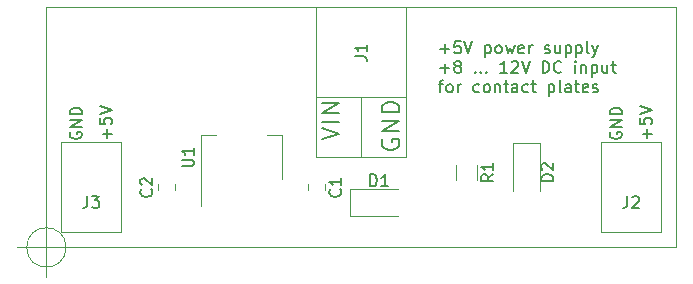
<source format=gbr>
%TF.GenerationSoftware,KiCad,Pcbnew,5.1.5-1.fc31*%
%TF.CreationDate,2020-02-01T15:27:32+01:00*%
%TF.ProjectId,power-supply-5V,706f7765-722d-4737-9570-706c792d3556,1.0*%
%TF.SameCoordinates,Original*%
%TF.FileFunction,Legend,Top*%
%TF.FilePolarity,Positive*%
%FSLAX46Y46*%
G04 Gerber Fmt 4.6, Leading zero omitted, Abs format (unit mm)*
G04 Created by KiCad (PCBNEW 5.1.5-1.fc31) date 2020-02-01 15:27:32*
%MOMM*%
%LPD*%
G04 APERTURE LIST*
%TA.AperFunction,Profile*%
%ADD10C,0.050000*%
%TD*%
%ADD11C,0.150000*%
%ADD12C,0.120000*%
%ADD13C,0.200000*%
%ADD14C,1.626000*%
%ADD15R,1.626000X1.626000*%
%ADD16C,1.802000*%
%ADD17C,2.102000*%
%ADD18R,2.102000X2.102000*%
%ADD19R,1.602000X2.102000*%
%ADD20R,3.902000X2.102000*%
G04 APERTURE END LIST*
D10*
X127396666Y-85090000D02*
G75*
G03X127396666Y-85090000I-1666666J0D01*
G01*
X123230000Y-85090000D02*
X128230000Y-85090000D01*
X125730000Y-82590000D02*
X125730000Y-87590000D01*
D11*
X176601428Y-75864404D02*
X176601428Y-75102500D01*
X176982380Y-75483452D02*
X176220476Y-75483452D01*
X175982380Y-74150119D02*
X175982380Y-74626309D01*
X176458571Y-74673928D01*
X176410952Y-74626309D01*
X176363333Y-74531071D01*
X176363333Y-74292976D01*
X176410952Y-74197738D01*
X176458571Y-74150119D01*
X176553809Y-74102500D01*
X176791904Y-74102500D01*
X176887142Y-74150119D01*
X176934761Y-74197738D01*
X176982380Y-74292976D01*
X176982380Y-74531071D01*
X176934761Y-74626309D01*
X176887142Y-74673928D01*
X175982380Y-73816785D02*
X176982380Y-73483452D01*
X175982380Y-73150119D01*
X173490000Y-75340595D02*
X173442380Y-75435833D01*
X173442380Y-75578690D01*
X173490000Y-75721547D01*
X173585238Y-75816785D01*
X173680476Y-75864404D01*
X173870952Y-75912023D01*
X174013809Y-75912023D01*
X174204285Y-75864404D01*
X174299523Y-75816785D01*
X174394761Y-75721547D01*
X174442380Y-75578690D01*
X174442380Y-75483452D01*
X174394761Y-75340595D01*
X174347142Y-75292976D01*
X174013809Y-75292976D01*
X174013809Y-75483452D01*
X174442380Y-74864404D02*
X173442380Y-74864404D01*
X174442380Y-74292976D01*
X173442380Y-74292976D01*
X174442380Y-73816785D02*
X173442380Y-73816785D01*
X173442380Y-73578690D01*
X173490000Y-73435833D01*
X173585238Y-73340595D01*
X173680476Y-73292976D01*
X173870952Y-73245357D01*
X174013809Y-73245357D01*
X174204285Y-73292976D01*
X174299523Y-73340595D01*
X174394761Y-73435833D01*
X174442380Y-73578690D01*
X174442380Y-73816785D01*
X130881428Y-75864404D02*
X130881428Y-75102500D01*
X131262380Y-75483452D02*
X130500476Y-75483452D01*
X130262380Y-74150119D02*
X130262380Y-74626309D01*
X130738571Y-74673928D01*
X130690952Y-74626309D01*
X130643333Y-74531071D01*
X130643333Y-74292976D01*
X130690952Y-74197738D01*
X130738571Y-74150119D01*
X130833809Y-74102500D01*
X131071904Y-74102500D01*
X131167142Y-74150119D01*
X131214761Y-74197738D01*
X131262380Y-74292976D01*
X131262380Y-74531071D01*
X131214761Y-74626309D01*
X131167142Y-74673928D01*
X130262380Y-73816785D02*
X131262380Y-73483452D01*
X130262380Y-73150119D01*
X127770000Y-75340595D02*
X127722380Y-75435833D01*
X127722380Y-75578690D01*
X127770000Y-75721547D01*
X127865238Y-75816785D01*
X127960476Y-75864404D01*
X128150952Y-75912023D01*
X128293809Y-75912023D01*
X128484285Y-75864404D01*
X128579523Y-75816785D01*
X128674761Y-75721547D01*
X128722380Y-75578690D01*
X128722380Y-75483452D01*
X128674761Y-75340595D01*
X128627142Y-75292976D01*
X128293809Y-75292976D01*
X128293809Y-75483452D01*
X128722380Y-74864404D02*
X127722380Y-74864404D01*
X128722380Y-74292976D01*
X127722380Y-74292976D01*
X128722380Y-73816785D02*
X127722380Y-73816785D01*
X127722380Y-73578690D01*
X127770000Y-73435833D01*
X127865238Y-73340595D01*
X127960476Y-73292976D01*
X128150952Y-73245357D01*
X128293809Y-73245357D01*
X128484285Y-73292976D01*
X128579523Y-73340595D01*
X128674761Y-73435833D01*
X128722380Y-73578690D01*
X128722380Y-73816785D01*
X159085595Y-68271428D02*
X159847500Y-68271428D01*
X159466547Y-68652380D02*
X159466547Y-67890476D01*
X160799880Y-67652380D02*
X160323690Y-67652380D01*
X160276071Y-68128571D01*
X160323690Y-68080952D01*
X160418928Y-68033333D01*
X160657023Y-68033333D01*
X160752261Y-68080952D01*
X160799880Y-68128571D01*
X160847500Y-68223809D01*
X160847500Y-68461904D01*
X160799880Y-68557142D01*
X160752261Y-68604761D01*
X160657023Y-68652380D01*
X160418928Y-68652380D01*
X160323690Y-68604761D01*
X160276071Y-68557142D01*
X161133214Y-67652380D02*
X161466547Y-68652380D01*
X161799880Y-67652380D01*
X162895119Y-67985714D02*
X162895119Y-68985714D01*
X162895119Y-68033333D02*
X162990357Y-67985714D01*
X163180833Y-67985714D01*
X163276071Y-68033333D01*
X163323690Y-68080952D01*
X163371309Y-68176190D01*
X163371309Y-68461904D01*
X163323690Y-68557142D01*
X163276071Y-68604761D01*
X163180833Y-68652380D01*
X162990357Y-68652380D01*
X162895119Y-68604761D01*
X163942738Y-68652380D02*
X163847500Y-68604761D01*
X163799880Y-68557142D01*
X163752261Y-68461904D01*
X163752261Y-68176190D01*
X163799880Y-68080952D01*
X163847500Y-68033333D01*
X163942738Y-67985714D01*
X164085595Y-67985714D01*
X164180833Y-68033333D01*
X164228452Y-68080952D01*
X164276071Y-68176190D01*
X164276071Y-68461904D01*
X164228452Y-68557142D01*
X164180833Y-68604761D01*
X164085595Y-68652380D01*
X163942738Y-68652380D01*
X164609404Y-67985714D02*
X164799880Y-68652380D01*
X164990357Y-68176190D01*
X165180833Y-68652380D01*
X165371309Y-67985714D01*
X166133214Y-68604761D02*
X166037976Y-68652380D01*
X165847500Y-68652380D01*
X165752261Y-68604761D01*
X165704642Y-68509523D01*
X165704642Y-68128571D01*
X165752261Y-68033333D01*
X165847500Y-67985714D01*
X166037976Y-67985714D01*
X166133214Y-68033333D01*
X166180833Y-68128571D01*
X166180833Y-68223809D01*
X165704642Y-68319047D01*
X166609404Y-68652380D02*
X166609404Y-67985714D01*
X166609404Y-68176190D02*
X166657023Y-68080952D01*
X166704642Y-68033333D01*
X166799880Y-67985714D01*
X166895119Y-67985714D01*
X167942738Y-68604761D02*
X168037976Y-68652380D01*
X168228452Y-68652380D01*
X168323690Y-68604761D01*
X168371309Y-68509523D01*
X168371309Y-68461904D01*
X168323690Y-68366666D01*
X168228452Y-68319047D01*
X168085595Y-68319047D01*
X167990357Y-68271428D01*
X167942738Y-68176190D01*
X167942738Y-68128571D01*
X167990357Y-68033333D01*
X168085595Y-67985714D01*
X168228452Y-67985714D01*
X168323690Y-68033333D01*
X169228452Y-67985714D02*
X169228452Y-68652380D01*
X168799880Y-67985714D02*
X168799880Y-68509523D01*
X168847500Y-68604761D01*
X168942738Y-68652380D01*
X169085595Y-68652380D01*
X169180833Y-68604761D01*
X169228452Y-68557142D01*
X169704642Y-67985714D02*
X169704642Y-68985714D01*
X169704642Y-68033333D02*
X169799880Y-67985714D01*
X169990357Y-67985714D01*
X170085595Y-68033333D01*
X170133214Y-68080952D01*
X170180833Y-68176190D01*
X170180833Y-68461904D01*
X170133214Y-68557142D01*
X170085595Y-68604761D01*
X169990357Y-68652380D01*
X169799880Y-68652380D01*
X169704642Y-68604761D01*
X170609404Y-67985714D02*
X170609404Y-68985714D01*
X170609404Y-68033333D02*
X170704642Y-67985714D01*
X170895119Y-67985714D01*
X170990357Y-68033333D01*
X171037976Y-68080952D01*
X171085595Y-68176190D01*
X171085595Y-68461904D01*
X171037976Y-68557142D01*
X170990357Y-68604761D01*
X170895119Y-68652380D01*
X170704642Y-68652380D01*
X170609404Y-68604761D01*
X171657023Y-68652380D02*
X171561785Y-68604761D01*
X171514166Y-68509523D01*
X171514166Y-67652380D01*
X171942738Y-67985714D02*
X172180833Y-68652380D01*
X172418928Y-67985714D02*
X172180833Y-68652380D01*
X172085595Y-68890476D01*
X172037976Y-68938095D01*
X171942738Y-68985714D01*
X159085595Y-69921428D02*
X159847500Y-69921428D01*
X159466547Y-70302380D02*
X159466547Y-69540476D01*
X160466547Y-69730952D02*
X160371309Y-69683333D01*
X160323690Y-69635714D01*
X160276071Y-69540476D01*
X160276071Y-69492857D01*
X160323690Y-69397619D01*
X160371309Y-69350000D01*
X160466547Y-69302380D01*
X160657023Y-69302380D01*
X160752261Y-69350000D01*
X160799880Y-69397619D01*
X160847500Y-69492857D01*
X160847500Y-69540476D01*
X160799880Y-69635714D01*
X160752261Y-69683333D01*
X160657023Y-69730952D01*
X160466547Y-69730952D01*
X160371309Y-69778571D01*
X160323690Y-69826190D01*
X160276071Y-69921428D01*
X160276071Y-70111904D01*
X160323690Y-70207142D01*
X160371309Y-70254761D01*
X160466547Y-70302380D01*
X160657023Y-70302380D01*
X160752261Y-70254761D01*
X160799880Y-70207142D01*
X160847500Y-70111904D01*
X160847500Y-69921428D01*
X160799880Y-69826190D01*
X160752261Y-69778571D01*
X160657023Y-69730952D01*
X162037976Y-70207142D02*
X162085595Y-70254761D01*
X162037976Y-70302380D01*
X161990357Y-70254761D01*
X162037976Y-70207142D01*
X162037976Y-70302380D01*
X162514166Y-70207142D02*
X162561785Y-70254761D01*
X162514166Y-70302380D01*
X162466547Y-70254761D01*
X162514166Y-70207142D01*
X162514166Y-70302380D01*
X162990357Y-70207142D02*
X163037976Y-70254761D01*
X162990357Y-70302380D01*
X162942738Y-70254761D01*
X162990357Y-70207142D01*
X162990357Y-70302380D01*
X164752261Y-70302380D02*
X164180833Y-70302380D01*
X164466547Y-70302380D02*
X164466547Y-69302380D01*
X164371309Y-69445238D01*
X164276071Y-69540476D01*
X164180833Y-69588095D01*
X165133214Y-69397619D02*
X165180833Y-69350000D01*
X165276071Y-69302380D01*
X165514166Y-69302380D01*
X165609404Y-69350000D01*
X165657023Y-69397619D01*
X165704642Y-69492857D01*
X165704642Y-69588095D01*
X165657023Y-69730952D01*
X165085595Y-70302380D01*
X165704642Y-70302380D01*
X165990357Y-69302380D02*
X166323690Y-70302380D01*
X166657023Y-69302380D01*
X167752261Y-70302380D02*
X167752261Y-69302380D01*
X167990357Y-69302380D01*
X168133214Y-69350000D01*
X168228452Y-69445238D01*
X168276071Y-69540476D01*
X168323690Y-69730952D01*
X168323690Y-69873809D01*
X168276071Y-70064285D01*
X168228452Y-70159523D01*
X168133214Y-70254761D01*
X167990357Y-70302380D01*
X167752261Y-70302380D01*
X169323690Y-70207142D02*
X169276071Y-70254761D01*
X169133214Y-70302380D01*
X169037976Y-70302380D01*
X168895119Y-70254761D01*
X168799880Y-70159523D01*
X168752261Y-70064285D01*
X168704642Y-69873809D01*
X168704642Y-69730952D01*
X168752261Y-69540476D01*
X168799880Y-69445238D01*
X168895119Y-69350000D01*
X169037976Y-69302380D01*
X169133214Y-69302380D01*
X169276071Y-69350000D01*
X169323690Y-69397619D01*
X170514166Y-70302380D02*
X170514166Y-69635714D01*
X170514166Y-69302380D02*
X170466547Y-69350000D01*
X170514166Y-69397619D01*
X170561785Y-69350000D01*
X170514166Y-69302380D01*
X170514166Y-69397619D01*
X170990357Y-69635714D02*
X170990357Y-70302380D01*
X170990357Y-69730952D02*
X171037976Y-69683333D01*
X171133214Y-69635714D01*
X171276071Y-69635714D01*
X171371309Y-69683333D01*
X171418928Y-69778571D01*
X171418928Y-70302380D01*
X171895119Y-69635714D02*
X171895119Y-70635714D01*
X171895119Y-69683333D02*
X171990357Y-69635714D01*
X172180833Y-69635714D01*
X172276071Y-69683333D01*
X172323690Y-69730952D01*
X172371309Y-69826190D01*
X172371309Y-70111904D01*
X172323690Y-70207142D01*
X172276071Y-70254761D01*
X172180833Y-70302380D01*
X171990357Y-70302380D01*
X171895119Y-70254761D01*
X173228452Y-69635714D02*
X173228452Y-70302380D01*
X172799880Y-69635714D02*
X172799880Y-70159523D01*
X172847500Y-70254761D01*
X172942738Y-70302380D01*
X173085595Y-70302380D01*
X173180833Y-70254761D01*
X173228452Y-70207142D01*
X173561785Y-69635714D02*
X173942738Y-69635714D01*
X173704642Y-69302380D02*
X173704642Y-70159523D01*
X173752261Y-70254761D01*
X173847500Y-70302380D01*
X173942738Y-70302380D01*
X158942738Y-71285714D02*
X159323690Y-71285714D01*
X159085595Y-71952380D02*
X159085595Y-71095238D01*
X159133214Y-71000000D01*
X159228452Y-70952380D01*
X159323690Y-70952380D01*
X159799880Y-71952380D02*
X159704642Y-71904761D01*
X159657023Y-71857142D01*
X159609404Y-71761904D01*
X159609404Y-71476190D01*
X159657023Y-71380952D01*
X159704642Y-71333333D01*
X159799880Y-71285714D01*
X159942738Y-71285714D01*
X160037976Y-71333333D01*
X160085595Y-71380952D01*
X160133214Y-71476190D01*
X160133214Y-71761904D01*
X160085595Y-71857142D01*
X160037976Y-71904761D01*
X159942738Y-71952380D01*
X159799880Y-71952380D01*
X160561785Y-71952380D02*
X160561785Y-71285714D01*
X160561785Y-71476190D02*
X160609404Y-71380952D01*
X160657023Y-71333333D01*
X160752261Y-71285714D01*
X160847500Y-71285714D01*
X162371309Y-71904761D02*
X162276071Y-71952380D01*
X162085595Y-71952380D01*
X161990357Y-71904761D01*
X161942738Y-71857142D01*
X161895119Y-71761904D01*
X161895119Y-71476190D01*
X161942738Y-71380952D01*
X161990357Y-71333333D01*
X162085595Y-71285714D01*
X162276071Y-71285714D01*
X162371309Y-71333333D01*
X162942738Y-71952380D02*
X162847500Y-71904761D01*
X162799880Y-71857142D01*
X162752261Y-71761904D01*
X162752261Y-71476190D01*
X162799880Y-71380952D01*
X162847500Y-71333333D01*
X162942738Y-71285714D01*
X163085595Y-71285714D01*
X163180833Y-71333333D01*
X163228452Y-71380952D01*
X163276071Y-71476190D01*
X163276071Y-71761904D01*
X163228452Y-71857142D01*
X163180833Y-71904761D01*
X163085595Y-71952380D01*
X162942738Y-71952380D01*
X163704642Y-71285714D02*
X163704642Y-71952380D01*
X163704642Y-71380952D02*
X163752261Y-71333333D01*
X163847500Y-71285714D01*
X163990357Y-71285714D01*
X164085595Y-71333333D01*
X164133214Y-71428571D01*
X164133214Y-71952380D01*
X164466547Y-71285714D02*
X164847500Y-71285714D01*
X164609404Y-70952380D02*
X164609404Y-71809523D01*
X164657023Y-71904761D01*
X164752261Y-71952380D01*
X164847500Y-71952380D01*
X165609404Y-71952380D02*
X165609404Y-71428571D01*
X165561785Y-71333333D01*
X165466547Y-71285714D01*
X165276071Y-71285714D01*
X165180833Y-71333333D01*
X165609404Y-71904761D02*
X165514166Y-71952380D01*
X165276071Y-71952380D01*
X165180833Y-71904761D01*
X165133214Y-71809523D01*
X165133214Y-71714285D01*
X165180833Y-71619047D01*
X165276071Y-71571428D01*
X165514166Y-71571428D01*
X165609404Y-71523809D01*
X166514166Y-71904761D02*
X166418928Y-71952380D01*
X166228452Y-71952380D01*
X166133214Y-71904761D01*
X166085595Y-71857142D01*
X166037976Y-71761904D01*
X166037976Y-71476190D01*
X166085595Y-71380952D01*
X166133214Y-71333333D01*
X166228452Y-71285714D01*
X166418928Y-71285714D01*
X166514166Y-71333333D01*
X166799880Y-71285714D02*
X167180833Y-71285714D01*
X166942738Y-70952380D02*
X166942738Y-71809523D01*
X166990357Y-71904761D01*
X167085595Y-71952380D01*
X167180833Y-71952380D01*
X168276071Y-71285714D02*
X168276071Y-72285714D01*
X168276071Y-71333333D02*
X168371309Y-71285714D01*
X168561785Y-71285714D01*
X168657023Y-71333333D01*
X168704642Y-71380952D01*
X168752261Y-71476190D01*
X168752261Y-71761904D01*
X168704642Y-71857142D01*
X168657023Y-71904761D01*
X168561785Y-71952380D01*
X168371309Y-71952380D01*
X168276071Y-71904761D01*
X169323690Y-71952380D02*
X169228452Y-71904761D01*
X169180833Y-71809523D01*
X169180833Y-70952380D01*
X170133214Y-71952380D02*
X170133214Y-71428571D01*
X170085595Y-71333333D01*
X169990357Y-71285714D01*
X169799880Y-71285714D01*
X169704642Y-71333333D01*
X170133214Y-71904761D02*
X170037976Y-71952380D01*
X169799880Y-71952380D01*
X169704642Y-71904761D01*
X169657023Y-71809523D01*
X169657023Y-71714285D01*
X169704642Y-71619047D01*
X169799880Y-71571428D01*
X170037976Y-71571428D01*
X170133214Y-71523809D01*
X170466547Y-71285714D02*
X170847500Y-71285714D01*
X170609404Y-70952380D02*
X170609404Y-71809523D01*
X170657023Y-71904761D01*
X170752261Y-71952380D01*
X170847500Y-71952380D01*
X171561785Y-71904761D02*
X171466547Y-71952380D01*
X171276071Y-71952380D01*
X171180833Y-71904761D01*
X171133214Y-71809523D01*
X171133214Y-71428571D01*
X171180833Y-71333333D01*
X171276071Y-71285714D01*
X171466547Y-71285714D01*
X171561785Y-71333333D01*
X171609404Y-71428571D01*
X171609404Y-71523809D01*
X171133214Y-71619047D01*
X171990357Y-71904761D02*
X172085595Y-71952380D01*
X172276071Y-71952380D01*
X172371309Y-71904761D01*
X172418928Y-71809523D01*
X172418928Y-71761904D01*
X172371309Y-71666666D01*
X172276071Y-71619047D01*
X172133214Y-71619047D01*
X172037976Y-71571428D01*
X171990357Y-71476190D01*
X171990357Y-71428571D01*
X172037976Y-71333333D01*
X172133214Y-71285714D01*
X172276071Y-71285714D01*
X172371309Y-71333333D01*
D10*
X125730000Y-85090000D02*
X125730000Y-64770000D01*
X179070000Y-85090000D02*
X125730000Y-85090000D01*
X179070000Y-64770000D02*
X179070000Y-85090000D01*
X125730000Y-64770000D02*
X179070000Y-64770000D01*
D12*
%TO.C,J3*%
X127000000Y-83820000D02*
X127000000Y-76200000D01*
X132080000Y-83820000D02*
X127000000Y-83820000D01*
X132080000Y-76200000D02*
X132080000Y-83820000D01*
X127000000Y-76200000D02*
X132080000Y-76200000D01*
%TO.C,J2*%
X172720000Y-83820000D02*
X172720000Y-76200000D01*
X177800000Y-83820000D02*
X172720000Y-83820000D01*
X177800000Y-76200000D02*
X177800000Y-83820000D01*
X172720000Y-76200000D02*
X177800000Y-76200000D01*
%TO.C,J1*%
X152400000Y-77470000D02*
X152400000Y-72390000D01*
X156210000Y-77470000D02*
X156210000Y-64770000D01*
X148590000Y-77470000D02*
X156210000Y-77470000D01*
X148590000Y-64770000D02*
X148590000Y-77470000D01*
X148590000Y-72390000D02*
X156210000Y-72390000D01*
X148590000Y-64770000D02*
X156210000Y-64770000D01*
%TO.C,C1*%
X147880000Y-79748748D02*
X147880000Y-80271252D01*
X149300000Y-79748748D02*
X149300000Y-80271252D01*
%TO.C,C2*%
X136600000Y-80271252D02*
X136600000Y-79748748D01*
X135180000Y-80271252D02*
X135180000Y-79748748D01*
%TO.C,D1*%
X151428000Y-82415000D02*
X155488000Y-82415000D01*
X151428000Y-80145000D02*
X151428000Y-82415000D01*
X155488000Y-80145000D02*
X151428000Y-80145000D01*
%TO.C,D2*%
X165235000Y-76280000D02*
X165235000Y-80340000D01*
X167505000Y-76280000D02*
X165235000Y-76280000D01*
X167505000Y-80340000D02*
X167505000Y-76280000D01*
%TO.C,R1*%
X160380000Y-78137936D02*
X160380000Y-79342064D01*
X162200000Y-78137936D02*
X162200000Y-79342064D01*
%TO.C,U1*%
X138830000Y-81570000D02*
X138830000Y-75560000D01*
X145650000Y-79320000D02*
X145650000Y-75560000D01*
X138830000Y-75560000D02*
X140090000Y-75560000D01*
X145650000Y-75560000D02*
X144390000Y-75560000D01*
%TD*%
%TO.C,J3*%
D11*
X129206666Y-80732380D02*
X129206666Y-81446666D01*
X129159047Y-81589523D01*
X129063809Y-81684761D01*
X128920952Y-81732380D01*
X128825714Y-81732380D01*
X129587619Y-80732380D02*
X130206666Y-80732380D01*
X129873333Y-81113333D01*
X130016190Y-81113333D01*
X130111428Y-81160952D01*
X130159047Y-81208571D01*
X130206666Y-81303809D01*
X130206666Y-81541904D01*
X130159047Y-81637142D01*
X130111428Y-81684761D01*
X130016190Y-81732380D01*
X129730476Y-81732380D01*
X129635238Y-81684761D01*
X129587619Y-81637142D01*
%TO.C,J2*%
X174926666Y-80732380D02*
X174926666Y-81446666D01*
X174879047Y-81589523D01*
X174783809Y-81684761D01*
X174640952Y-81732380D01*
X174545714Y-81732380D01*
X175355238Y-80827619D02*
X175402857Y-80780000D01*
X175498095Y-80732380D01*
X175736190Y-80732380D01*
X175831428Y-80780000D01*
X175879047Y-80827619D01*
X175926666Y-80922857D01*
X175926666Y-81018095D01*
X175879047Y-81160952D01*
X175307619Y-81732380D01*
X175926666Y-81732380D01*
%TO.C,J1*%
X151852380Y-68913333D02*
X152566666Y-68913333D01*
X152709523Y-68960952D01*
X152804761Y-69056190D01*
X152852380Y-69199047D01*
X152852380Y-69294285D01*
X152852380Y-67913333D02*
X152852380Y-68484761D01*
X152852380Y-68199047D02*
X151852380Y-68199047D01*
X151995238Y-68294285D01*
X152090476Y-68389523D01*
X152138095Y-68484761D01*
D13*
X149038571Y-75948571D02*
X150538571Y-75448571D01*
X149038571Y-74948571D01*
X150538571Y-74448571D02*
X149038571Y-74448571D01*
X150538571Y-73734285D02*
X149038571Y-73734285D01*
X150538571Y-72877142D01*
X149038571Y-72877142D01*
X154190000Y-75948571D02*
X154118571Y-76091428D01*
X154118571Y-76305714D01*
X154190000Y-76520000D01*
X154332857Y-76662857D01*
X154475714Y-76734285D01*
X154761428Y-76805714D01*
X154975714Y-76805714D01*
X155261428Y-76734285D01*
X155404285Y-76662857D01*
X155547142Y-76520000D01*
X155618571Y-76305714D01*
X155618571Y-76162857D01*
X155547142Y-75948571D01*
X155475714Y-75877142D01*
X154975714Y-75877142D01*
X154975714Y-76162857D01*
X155618571Y-75234285D02*
X154118571Y-75234285D01*
X155618571Y-74377142D01*
X154118571Y-74377142D01*
X155618571Y-73662857D02*
X154118571Y-73662857D01*
X154118571Y-73305714D01*
X154190000Y-73091428D01*
X154332857Y-72948571D01*
X154475714Y-72877142D01*
X154761428Y-72805714D01*
X154975714Y-72805714D01*
X155261428Y-72877142D01*
X155404285Y-72948571D01*
X155547142Y-73091428D01*
X155618571Y-73305714D01*
X155618571Y-73662857D01*
%TO.C,C1*%
D11*
X150597142Y-80176666D02*
X150644761Y-80224285D01*
X150692380Y-80367142D01*
X150692380Y-80462380D01*
X150644761Y-80605238D01*
X150549523Y-80700476D01*
X150454285Y-80748095D01*
X150263809Y-80795714D01*
X150120952Y-80795714D01*
X149930476Y-80748095D01*
X149835238Y-80700476D01*
X149740000Y-80605238D01*
X149692380Y-80462380D01*
X149692380Y-80367142D01*
X149740000Y-80224285D01*
X149787619Y-80176666D01*
X150692380Y-79224285D02*
X150692380Y-79795714D01*
X150692380Y-79510000D02*
X149692380Y-79510000D01*
X149835238Y-79605238D01*
X149930476Y-79700476D01*
X149978095Y-79795714D01*
%TO.C,C2*%
X134597142Y-80176666D02*
X134644761Y-80224285D01*
X134692380Y-80367142D01*
X134692380Y-80462380D01*
X134644761Y-80605238D01*
X134549523Y-80700476D01*
X134454285Y-80748095D01*
X134263809Y-80795714D01*
X134120952Y-80795714D01*
X133930476Y-80748095D01*
X133835238Y-80700476D01*
X133740000Y-80605238D01*
X133692380Y-80462380D01*
X133692380Y-80367142D01*
X133740000Y-80224285D01*
X133787619Y-80176666D01*
X133787619Y-79795714D02*
X133740000Y-79748095D01*
X133692380Y-79652857D01*
X133692380Y-79414761D01*
X133740000Y-79319523D01*
X133787619Y-79271904D01*
X133882857Y-79224285D01*
X133978095Y-79224285D01*
X134120952Y-79271904D01*
X134692380Y-79843333D01*
X134692380Y-79224285D01*
%TO.C,D1*%
X153149904Y-79912380D02*
X153149904Y-78912380D01*
X153388000Y-78912380D01*
X153530857Y-78960000D01*
X153626095Y-79055238D01*
X153673714Y-79150476D01*
X153721333Y-79340952D01*
X153721333Y-79483809D01*
X153673714Y-79674285D01*
X153626095Y-79769523D01*
X153530857Y-79864761D01*
X153388000Y-79912380D01*
X153149904Y-79912380D01*
X154673714Y-79912380D02*
X154102285Y-79912380D01*
X154388000Y-79912380D02*
X154388000Y-78912380D01*
X154292761Y-79055238D01*
X154197523Y-79150476D01*
X154102285Y-79198095D01*
%TO.C,D2*%
X168642380Y-79478095D02*
X167642380Y-79478095D01*
X167642380Y-79240000D01*
X167690000Y-79097142D01*
X167785238Y-79001904D01*
X167880476Y-78954285D01*
X168070952Y-78906666D01*
X168213809Y-78906666D01*
X168404285Y-78954285D01*
X168499523Y-79001904D01*
X168594761Y-79097142D01*
X168642380Y-79240000D01*
X168642380Y-79478095D01*
X167737619Y-78525714D02*
X167690000Y-78478095D01*
X167642380Y-78382857D01*
X167642380Y-78144761D01*
X167690000Y-78049523D01*
X167737619Y-78001904D01*
X167832857Y-77954285D01*
X167928095Y-77954285D01*
X168070952Y-78001904D01*
X168642380Y-78573333D01*
X168642380Y-77954285D01*
%TO.C,R1*%
X163562380Y-78906666D02*
X163086190Y-79240000D01*
X163562380Y-79478095D02*
X162562380Y-79478095D01*
X162562380Y-79097142D01*
X162610000Y-79001904D01*
X162657619Y-78954285D01*
X162752857Y-78906666D01*
X162895714Y-78906666D01*
X162990952Y-78954285D01*
X163038571Y-79001904D01*
X163086190Y-79097142D01*
X163086190Y-79478095D01*
X163562380Y-77954285D02*
X163562380Y-78525714D01*
X163562380Y-78240000D02*
X162562380Y-78240000D01*
X162705238Y-78335238D01*
X162800476Y-78430476D01*
X162848095Y-78525714D01*
%TO.C,U1*%
X137192380Y-78231904D02*
X138001904Y-78231904D01*
X138097142Y-78184285D01*
X138144761Y-78136666D01*
X138192380Y-78041428D01*
X138192380Y-77850952D01*
X138144761Y-77755714D01*
X138097142Y-77708095D01*
X138001904Y-77660476D01*
X137192380Y-77660476D01*
X138192380Y-76660476D02*
X138192380Y-77231904D01*
X138192380Y-76946190D02*
X137192380Y-76946190D01*
X137335238Y-77041428D01*
X137430476Y-77136666D01*
X137478095Y-77231904D01*
%TD*%
%LPC*%
D14*
%TO.C,J3*%
X130810000Y-82550000D03*
X130810000Y-77470000D03*
D15*
X130810000Y-80010000D03*
D14*
X128270000Y-82550000D03*
X128270000Y-77470000D03*
D15*
X128270000Y-80010000D03*
%TD*%
D14*
%TO.C,J2*%
X176530000Y-82550000D03*
X176530000Y-77470000D03*
D15*
X176530000Y-80010000D03*
D14*
X173990000Y-82550000D03*
X173990000Y-77470000D03*
D15*
X173990000Y-80010000D03*
%TD*%
D16*
%TO.C,J1*%
X154940000Y-66040000D03*
X149860000Y-66040000D03*
D17*
X149860000Y-71120000D03*
D18*
X154940000Y-71120000D03*
%TD*%
D11*
%TO.C,C1*%
G36*
X149095505Y-80410311D02*
G01*
X149121925Y-80414230D01*
X149147835Y-80420720D01*
X149172983Y-80429718D01*
X149197128Y-80441138D01*
X149220038Y-80454869D01*
X149241492Y-80470780D01*
X149261282Y-80488718D01*
X149279220Y-80508508D01*
X149295131Y-80529962D01*
X149308862Y-80552872D01*
X149320282Y-80577017D01*
X149329280Y-80602165D01*
X149335770Y-80628075D01*
X149339689Y-80654495D01*
X149341000Y-80681173D01*
X149341000Y-81388827D01*
X149339689Y-81415505D01*
X149335770Y-81441925D01*
X149329280Y-81467835D01*
X149320282Y-81492983D01*
X149308862Y-81517128D01*
X149295131Y-81540038D01*
X149279220Y-81561492D01*
X149261282Y-81581282D01*
X149241492Y-81599220D01*
X149220038Y-81615131D01*
X149197128Y-81628862D01*
X149172983Y-81640282D01*
X149147835Y-81649280D01*
X149121925Y-81655770D01*
X149095505Y-81659689D01*
X149068827Y-81661000D01*
X148111173Y-81661000D01*
X148084495Y-81659689D01*
X148058075Y-81655770D01*
X148032165Y-81649280D01*
X148007017Y-81640282D01*
X147982872Y-81628862D01*
X147959962Y-81615131D01*
X147938508Y-81599220D01*
X147918718Y-81581282D01*
X147900780Y-81561492D01*
X147884869Y-81540038D01*
X147871138Y-81517128D01*
X147859718Y-81492983D01*
X147850720Y-81467835D01*
X147844230Y-81441925D01*
X147840311Y-81415505D01*
X147839000Y-81388827D01*
X147839000Y-80681173D01*
X147840311Y-80654495D01*
X147844230Y-80628075D01*
X147850720Y-80602165D01*
X147859718Y-80577017D01*
X147871138Y-80552872D01*
X147884869Y-80529962D01*
X147900780Y-80508508D01*
X147918718Y-80488718D01*
X147938508Y-80470780D01*
X147959962Y-80454869D01*
X147982872Y-80441138D01*
X148007017Y-80429718D01*
X148032165Y-80420720D01*
X148058075Y-80414230D01*
X148084495Y-80410311D01*
X148111173Y-80409000D01*
X149068827Y-80409000D01*
X149095505Y-80410311D01*
G37*
G36*
X149095505Y-78360311D02*
G01*
X149121925Y-78364230D01*
X149147835Y-78370720D01*
X149172983Y-78379718D01*
X149197128Y-78391138D01*
X149220038Y-78404869D01*
X149241492Y-78420780D01*
X149261282Y-78438718D01*
X149279220Y-78458508D01*
X149295131Y-78479962D01*
X149308862Y-78502872D01*
X149320282Y-78527017D01*
X149329280Y-78552165D01*
X149335770Y-78578075D01*
X149339689Y-78604495D01*
X149341000Y-78631173D01*
X149341000Y-79338827D01*
X149339689Y-79365505D01*
X149335770Y-79391925D01*
X149329280Y-79417835D01*
X149320282Y-79442983D01*
X149308862Y-79467128D01*
X149295131Y-79490038D01*
X149279220Y-79511492D01*
X149261282Y-79531282D01*
X149241492Y-79549220D01*
X149220038Y-79565131D01*
X149197128Y-79578862D01*
X149172983Y-79590282D01*
X149147835Y-79599280D01*
X149121925Y-79605770D01*
X149095505Y-79609689D01*
X149068827Y-79611000D01*
X148111173Y-79611000D01*
X148084495Y-79609689D01*
X148058075Y-79605770D01*
X148032165Y-79599280D01*
X148007017Y-79590282D01*
X147982872Y-79578862D01*
X147959962Y-79565131D01*
X147938508Y-79549220D01*
X147918718Y-79531282D01*
X147900780Y-79511492D01*
X147884869Y-79490038D01*
X147871138Y-79467128D01*
X147859718Y-79442983D01*
X147850720Y-79417835D01*
X147844230Y-79391925D01*
X147840311Y-79365505D01*
X147839000Y-79338827D01*
X147839000Y-78631173D01*
X147840311Y-78604495D01*
X147844230Y-78578075D01*
X147850720Y-78552165D01*
X147859718Y-78527017D01*
X147871138Y-78502872D01*
X147884869Y-78479962D01*
X147900780Y-78458508D01*
X147918718Y-78438718D01*
X147938508Y-78420780D01*
X147959962Y-78404869D01*
X147982872Y-78391138D01*
X148007017Y-78379718D01*
X148032165Y-78370720D01*
X148058075Y-78364230D01*
X148084495Y-78360311D01*
X148111173Y-78359000D01*
X149068827Y-78359000D01*
X149095505Y-78360311D01*
G37*
%TD*%
%TO.C,C2*%
G36*
X136395505Y-78360311D02*
G01*
X136421925Y-78364230D01*
X136447835Y-78370720D01*
X136472983Y-78379718D01*
X136497128Y-78391138D01*
X136520038Y-78404869D01*
X136541492Y-78420780D01*
X136561282Y-78438718D01*
X136579220Y-78458508D01*
X136595131Y-78479962D01*
X136608862Y-78502872D01*
X136620282Y-78527017D01*
X136629280Y-78552165D01*
X136635770Y-78578075D01*
X136639689Y-78604495D01*
X136641000Y-78631173D01*
X136641000Y-79338827D01*
X136639689Y-79365505D01*
X136635770Y-79391925D01*
X136629280Y-79417835D01*
X136620282Y-79442983D01*
X136608862Y-79467128D01*
X136595131Y-79490038D01*
X136579220Y-79511492D01*
X136561282Y-79531282D01*
X136541492Y-79549220D01*
X136520038Y-79565131D01*
X136497128Y-79578862D01*
X136472983Y-79590282D01*
X136447835Y-79599280D01*
X136421925Y-79605770D01*
X136395505Y-79609689D01*
X136368827Y-79611000D01*
X135411173Y-79611000D01*
X135384495Y-79609689D01*
X135358075Y-79605770D01*
X135332165Y-79599280D01*
X135307017Y-79590282D01*
X135282872Y-79578862D01*
X135259962Y-79565131D01*
X135238508Y-79549220D01*
X135218718Y-79531282D01*
X135200780Y-79511492D01*
X135184869Y-79490038D01*
X135171138Y-79467128D01*
X135159718Y-79442983D01*
X135150720Y-79417835D01*
X135144230Y-79391925D01*
X135140311Y-79365505D01*
X135139000Y-79338827D01*
X135139000Y-78631173D01*
X135140311Y-78604495D01*
X135144230Y-78578075D01*
X135150720Y-78552165D01*
X135159718Y-78527017D01*
X135171138Y-78502872D01*
X135184869Y-78479962D01*
X135200780Y-78458508D01*
X135218718Y-78438718D01*
X135238508Y-78420780D01*
X135259962Y-78404869D01*
X135282872Y-78391138D01*
X135307017Y-78379718D01*
X135332165Y-78370720D01*
X135358075Y-78364230D01*
X135384495Y-78360311D01*
X135411173Y-78359000D01*
X136368827Y-78359000D01*
X136395505Y-78360311D01*
G37*
G36*
X136395505Y-80410311D02*
G01*
X136421925Y-80414230D01*
X136447835Y-80420720D01*
X136472983Y-80429718D01*
X136497128Y-80441138D01*
X136520038Y-80454869D01*
X136541492Y-80470780D01*
X136561282Y-80488718D01*
X136579220Y-80508508D01*
X136595131Y-80529962D01*
X136608862Y-80552872D01*
X136620282Y-80577017D01*
X136629280Y-80602165D01*
X136635770Y-80628075D01*
X136639689Y-80654495D01*
X136641000Y-80681173D01*
X136641000Y-81388827D01*
X136639689Y-81415505D01*
X136635770Y-81441925D01*
X136629280Y-81467835D01*
X136620282Y-81492983D01*
X136608862Y-81517128D01*
X136595131Y-81540038D01*
X136579220Y-81561492D01*
X136561282Y-81581282D01*
X136541492Y-81599220D01*
X136520038Y-81615131D01*
X136497128Y-81628862D01*
X136472983Y-81640282D01*
X136447835Y-81649280D01*
X136421925Y-81655770D01*
X136395505Y-81659689D01*
X136368827Y-81661000D01*
X135411173Y-81661000D01*
X135384495Y-81659689D01*
X135358075Y-81655770D01*
X135332165Y-81649280D01*
X135307017Y-81640282D01*
X135282872Y-81628862D01*
X135259962Y-81615131D01*
X135238508Y-81599220D01*
X135218718Y-81581282D01*
X135200780Y-81561492D01*
X135184869Y-81540038D01*
X135171138Y-81517128D01*
X135159718Y-81492983D01*
X135150720Y-81467835D01*
X135144230Y-81441925D01*
X135140311Y-81415505D01*
X135139000Y-81388827D01*
X135139000Y-80681173D01*
X135140311Y-80654495D01*
X135144230Y-80628075D01*
X135150720Y-80602165D01*
X135159718Y-80577017D01*
X135171138Y-80552872D01*
X135184869Y-80529962D01*
X135200780Y-80508508D01*
X135218718Y-80488718D01*
X135238508Y-80470780D01*
X135259962Y-80454869D01*
X135282872Y-80441138D01*
X135307017Y-80429718D01*
X135332165Y-80420720D01*
X135358075Y-80414230D01*
X135384495Y-80410311D01*
X135411173Y-80409000D01*
X136368827Y-80409000D01*
X136395505Y-80410311D01*
G37*
%TD*%
%TO.C,D1*%
G36*
X155897363Y-80355290D02*
G01*
X155923369Y-80359148D01*
X155948871Y-80365535D01*
X155973624Y-80374392D01*
X155997390Y-80385633D01*
X156019939Y-80399148D01*
X156041056Y-80414809D01*
X156060535Y-80432465D01*
X156078191Y-80451944D01*
X156093852Y-80473061D01*
X156107367Y-80495610D01*
X156118608Y-80519376D01*
X156127465Y-80544129D01*
X156133852Y-80569631D01*
X156137710Y-80595637D01*
X156139000Y-80621895D01*
X156139000Y-81938105D01*
X156137710Y-81964363D01*
X156133852Y-81990369D01*
X156127465Y-82015871D01*
X156118608Y-82040624D01*
X156107367Y-82064390D01*
X156093852Y-82086939D01*
X156078191Y-82108056D01*
X156060535Y-82127535D01*
X156041056Y-82145191D01*
X156019939Y-82160852D01*
X155997390Y-82174367D01*
X155973624Y-82185608D01*
X155948871Y-82194465D01*
X155923369Y-82200852D01*
X155897363Y-82204710D01*
X155871105Y-82206000D01*
X154879895Y-82206000D01*
X154853637Y-82204710D01*
X154827631Y-82200852D01*
X154802129Y-82194465D01*
X154777376Y-82185608D01*
X154753610Y-82174367D01*
X154731061Y-82160852D01*
X154709944Y-82145191D01*
X154690465Y-82127535D01*
X154672809Y-82108056D01*
X154657148Y-82086939D01*
X154643633Y-82064390D01*
X154632392Y-82040624D01*
X154623535Y-82015871D01*
X154617148Y-81990369D01*
X154613290Y-81964363D01*
X154612000Y-81938105D01*
X154612000Y-80621895D01*
X154613290Y-80595637D01*
X154617148Y-80569631D01*
X154623535Y-80544129D01*
X154632392Y-80519376D01*
X154643633Y-80495610D01*
X154657148Y-80473061D01*
X154672809Y-80451944D01*
X154690465Y-80432465D01*
X154709944Y-80414809D01*
X154731061Y-80399148D01*
X154753610Y-80385633D01*
X154777376Y-80374392D01*
X154802129Y-80365535D01*
X154827631Y-80359148D01*
X154853637Y-80355290D01*
X154879895Y-80354000D01*
X155871105Y-80354000D01*
X155897363Y-80355290D01*
G37*
G36*
X152922363Y-80355290D02*
G01*
X152948369Y-80359148D01*
X152973871Y-80365535D01*
X152998624Y-80374392D01*
X153022390Y-80385633D01*
X153044939Y-80399148D01*
X153066056Y-80414809D01*
X153085535Y-80432465D01*
X153103191Y-80451944D01*
X153118852Y-80473061D01*
X153132367Y-80495610D01*
X153143608Y-80519376D01*
X153152465Y-80544129D01*
X153158852Y-80569631D01*
X153162710Y-80595637D01*
X153164000Y-80621895D01*
X153164000Y-81938105D01*
X153162710Y-81964363D01*
X153158852Y-81990369D01*
X153152465Y-82015871D01*
X153143608Y-82040624D01*
X153132367Y-82064390D01*
X153118852Y-82086939D01*
X153103191Y-82108056D01*
X153085535Y-82127535D01*
X153066056Y-82145191D01*
X153044939Y-82160852D01*
X153022390Y-82174367D01*
X152998624Y-82185608D01*
X152973871Y-82194465D01*
X152948369Y-82200852D01*
X152922363Y-82204710D01*
X152896105Y-82206000D01*
X151904895Y-82206000D01*
X151878637Y-82204710D01*
X151852631Y-82200852D01*
X151827129Y-82194465D01*
X151802376Y-82185608D01*
X151778610Y-82174367D01*
X151756061Y-82160852D01*
X151734944Y-82145191D01*
X151715465Y-82127535D01*
X151697809Y-82108056D01*
X151682148Y-82086939D01*
X151668633Y-82064390D01*
X151657392Y-82040624D01*
X151648535Y-82015871D01*
X151642148Y-81990369D01*
X151638290Y-81964363D01*
X151637000Y-81938105D01*
X151637000Y-80621895D01*
X151638290Y-80595637D01*
X151642148Y-80569631D01*
X151648535Y-80544129D01*
X151657392Y-80519376D01*
X151668633Y-80495610D01*
X151682148Y-80473061D01*
X151697809Y-80451944D01*
X151715465Y-80432465D01*
X151734944Y-80414809D01*
X151756061Y-80399148D01*
X151778610Y-80385633D01*
X151802376Y-80374392D01*
X151827129Y-80365535D01*
X151852631Y-80359148D01*
X151878637Y-80355290D01*
X151904895Y-80354000D01*
X152896105Y-80354000D01*
X152922363Y-80355290D01*
G37*
%TD*%
%TO.C,D2*%
G36*
X167054363Y-79465290D02*
G01*
X167080369Y-79469148D01*
X167105871Y-79475535D01*
X167130624Y-79484392D01*
X167154390Y-79495633D01*
X167176939Y-79509148D01*
X167198056Y-79524809D01*
X167217535Y-79542465D01*
X167235191Y-79561944D01*
X167250852Y-79583061D01*
X167264367Y-79605610D01*
X167275608Y-79629376D01*
X167284465Y-79654129D01*
X167290852Y-79679631D01*
X167294710Y-79705637D01*
X167296000Y-79731895D01*
X167296000Y-80723105D01*
X167294710Y-80749363D01*
X167290852Y-80775369D01*
X167284465Y-80800871D01*
X167275608Y-80825624D01*
X167264367Y-80849390D01*
X167250852Y-80871939D01*
X167235191Y-80893056D01*
X167217535Y-80912535D01*
X167198056Y-80930191D01*
X167176939Y-80945852D01*
X167154390Y-80959367D01*
X167130624Y-80970608D01*
X167105871Y-80979465D01*
X167080369Y-80985852D01*
X167054363Y-80989710D01*
X167028105Y-80991000D01*
X165711895Y-80991000D01*
X165685637Y-80989710D01*
X165659631Y-80985852D01*
X165634129Y-80979465D01*
X165609376Y-80970608D01*
X165585610Y-80959367D01*
X165563061Y-80945852D01*
X165541944Y-80930191D01*
X165522465Y-80912535D01*
X165504809Y-80893056D01*
X165489148Y-80871939D01*
X165475633Y-80849390D01*
X165464392Y-80825624D01*
X165455535Y-80800871D01*
X165449148Y-80775369D01*
X165445290Y-80749363D01*
X165444000Y-80723105D01*
X165444000Y-79731895D01*
X165445290Y-79705637D01*
X165449148Y-79679631D01*
X165455535Y-79654129D01*
X165464392Y-79629376D01*
X165475633Y-79605610D01*
X165489148Y-79583061D01*
X165504809Y-79561944D01*
X165522465Y-79542465D01*
X165541944Y-79524809D01*
X165563061Y-79509148D01*
X165585610Y-79495633D01*
X165609376Y-79484392D01*
X165634129Y-79475535D01*
X165659631Y-79469148D01*
X165685637Y-79465290D01*
X165711895Y-79464000D01*
X167028105Y-79464000D01*
X167054363Y-79465290D01*
G37*
G36*
X167054363Y-76490290D02*
G01*
X167080369Y-76494148D01*
X167105871Y-76500535D01*
X167130624Y-76509392D01*
X167154390Y-76520633D01*
X167176939Y-76534148D01*
X167198056Y-76549809D01*
X167217535Y-76567465D01*
X167235191Y-76586944D01*
X167250852Y-76608061D01*
X167264367Y-76630610D01*
X167275608Y-76654376D01*
X167284465Y-76679129D01*
X167290852Y-76704631D01*
X167294710Y-76730637D01*
X167296000Y-76756895D01*
X167296000Y-77748105D01*
X167294710Y-77774363D01*
X167290852Y-77800369D01*
X167284465Y-77825871D01*
X167275608Y-77850624D01*
X167264367Y-77874390D01*
X167250852Y-77896939D01*
X167235191Y-77918056D01*
X167217535Y-77937535D01*
X167198056Y-77955191D01*
X167176939Y-77970852D01*
X167154390Y-77984367D01*
X167130624Y-77995608D01*
X167105871Y-78004465D01*
X167080369Y-78010852D01*
X167054363Y-78014710D01*
X167028105Y-78016000D01*
X165711895Y-78016000D01*
X165685637Y-78014710D01*
X165659631Y-78010852D01*
X165634129Y-78004465D01*
X165609376Y-77995608D01*
X165585610Y-77984367D01*
X165563061Y-77970852D01*
X165541944Y-77955191D01*
X165522465Y-77937535D01*
X165504809Y-77918056D01*
X165489148Y-77896939D01*
X165475633Y-77874390D01*
X165464392Y-77850624D01*
X165455535Y-77825871D01*
X165449148Y-77800369D01*
X165445290Y-77774363D01*
X165444000Y-77748105D01*
X165444000Y-76756895D01*
X165445290Y-76730637D01*
X165449148Y-76704631D01*
X165455535Y-76679129D01*
X165464392Y-76654376D01*
X165475633Y-76630610D01*
X165489148Y-76608061D01*
X165504809Y-76586944D01*
X165522465Y-76567465D01*
X165541944Y-76549809D01*
X165563061Y-76534148D01*
X165585610Y-76520633D01*
X165609376Y-76509392D01*
X165634129Y-76500535D01*
X165659631Y-76494148D01*
X165685637Y-76490290D01*
X165711895Y-76489000D01*
X167028105Y-76489000D01*
X167054363Y-76490290D01*
G37*
%TD*%
%TO.C,R1*%
G36*
X161974363Y-79465290D02*
G01*
X162000369Y-79469148D01*
X162025871Y-79475535D01*
X162050624Y-79484392D01*
X162074390Y-79495633D01*
X162096939Y-79509148D01*
X162118056Y-79524809D01*
X162137535Y-79542465D01*
X162155191Y-79561944D01*
X162170852Y-79583061D01*
X162184367Y-79605610D01*
X162195608Y-79629376D01*
X162204465Y-79654129D01*
X162210852Y-79679631D01*
X162214710Y-79705637D01*
X162216000Y-79731895D01*
X162216000Y-80723105D01*
X162214710Y-80749363D01*
X162210852Y-80775369D01*
X162204465Y-80800871D01*
X162195608Y-80825624D01*
X162184367Y-80849390D01*
X162170852Y-80871939D01*
X162155191Y-80893056D01*
X162137535Y-80912535D01*
X162118056Y-80930191D01*
X162096939Y-80945852D01*
X162074390Y-80959367D01*
X162050624Y-80970608D01*
X162025871Y-80979465D01*
X162000369Y-80985852D01*
X161974363Y-80989710D01*
X161948105Y-80991000D01*
X160631895Y-80991000D01*
X160605637Y-80989710D01*
X160579631Y-80985852D01*
X160554129Y-80979465D01*
X160529376Y-80970608D01*
X160505610Y-80959367D01*
X160483061Y-80945852D01*
X160461944Y-80930191D01*
X160442465Y-80912535D01*
X160424809Y-80893056D01*
X160409148Y-80871939D01*
X160395633Y-80849390D01*
X160384392Y-80825624D01*
X160375535Y-80800871D01*
X160369148Y-80775369D01*
X160365290Y-80749363D01*
X160364000Y-80723105D01*
X160364000Y-79731895D01*
X160365290Y-79705637D01*
X160369148Y-79679631D01*
X160375535Y-79654129D01*
X160384392Y-79629376D01*
X160395633Y-79605610D01*
X160409148Y-79583061D01*
X160424809Y-79561944D01*
X160442465Y-79542465D01*
X160461944Y-79524809D01*
X160483061Y-79509148D01*
X160505610Y-79495633D01*
X160529376Y-79484392D01*
X160554129Y-79475535D01*
X160579631Y-79469148D01*
X160605637Y-79465290D01*
X160631895Y-79464000D01*
X161948105Y-79464000D01*
X161974363Y-79465290D01*
G37*
G36*
X161974363Y-76490290D02*
G01*
X162000369Y-76494148D01*
X162025871Y-76500535D01*
X162050624Y-76509392D01*
X162074390Y-76520633D01*
X162096939Y-76534148D01*
X162118056Y-76549809D01*
X162137535Y-76567465D01*
X162155191Y-76586944D01*
X162170852Y-76608061D01*
X162184367Y-76630610D01*
X162195608Y-76654376D01*
X162204465Y-76679129D01*
X162210852Y-76704631D01*
X162214710Y-76730637D01*
X162216000Y-76756895D01*
X162216000Y-77748105D01*
X162214710Y-77774363D01*
X162210852Y-77800369D01*
X162204465Y-77825871D01*
X162195608Y-77850624D01*
X162184367Y-77874390D01*
X162170852Y-77896939D01*
X162155191Y-77918056D01*
X162137535Y-77937535D01*
X162118056Y-77955191D01*
X162096939Y-77970852D01*
X162074390Y-77984367D01*
X162050624Y-77995608D01*
X162025871Y-78004465D01*
X162000369Y-78010852D01*
X161974363Y-78014710D01*
X161948105Y-78016000D01*
X160631895Y-78016000D01*
X160605637Y-78014710D01*
X160579631Y-78010852D01*
X160554129Y-78004465D01*
X160529376Y-77995608D01*
X160505610Y-77984367D01*
X160483061Y-77970852D01*
X160461944Y-77955191D01*
X160442465Y-77937535D01*
X160424809Y-77918056D01*
X160409148Y-77896939D01*
X160395633Y-77874390D01*
X160384392Y-77850624D01*
X160375535Y-77825871D01*
X160369148Y-77800369D01*
X160365290Y-77774363D01*
X160364000Y-77748105D01*
X160364000Y-76756895D01*
X160365290Y-76730637D01*
X160369148Y-76704631D01*
X160375535Y-76679129D01*
X160384392Y-76654376D01*
X160395633Y-76630610D01*
X160409148Y-76608061D01*
X160424809Y-76586944D01*
X160442465Y-76567465D01*
X160461944Y-76549809D01*
X160483061Y-76534148D01*
X160505610Y-76520633D01*
X160529376Y-76509392D01*
X160554129Y-76500535D01*
X160579631Y-76494148D01*
X160605637Y-76490290D01*
X160631895Y-76489000D01*
X161948105Y-76489000D01*
X161974363Y-76490290D01*
G37*
%TD*%
D19*
%TO.C,U1*%
X139940000Y-80620000D03*
X144540000Y-80620000D03*
X142240000Y-80620000D03*
D20*
X142240000Y-74320000D03*
%TD*%
M02*

</source>
